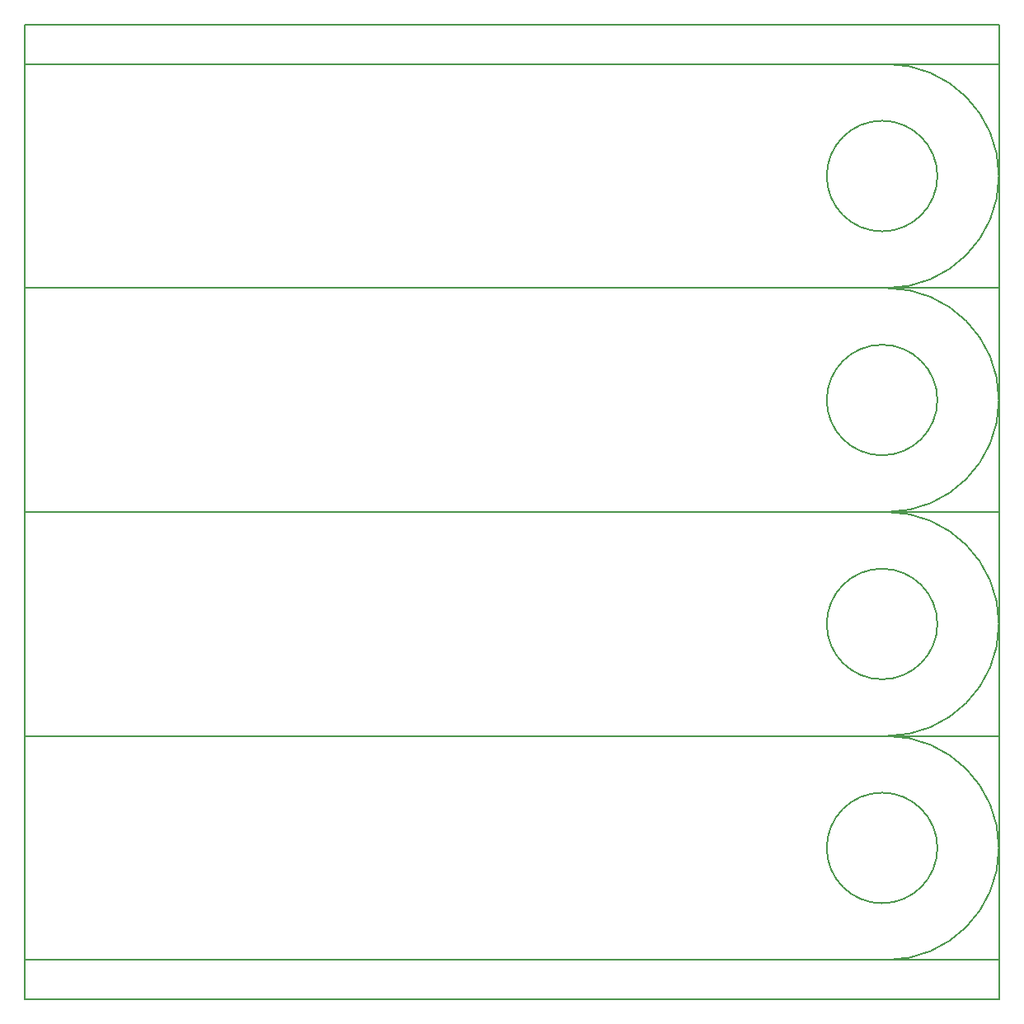
<source format=gbr>
G04 #@! TF.GenerationSoftware,KiCad,Pcbnew,(5.1.0)-1*
G04 #@! TF.CreationDate,2019-04-08T15:48:49-06:00*
G04 #@! TF.ProjectId,H-probe_poly_panelized,482d7072-6f62-4655-9f70-6f6c795f7061,rev?*
G04 #@! TF.SameCoordinates,Original*
G04 #@! TF.FileFunction,Profile,NP*
%FSLAX46Y46*%
G04 Gerber Fmt 4.6, Leading zero omitted, Abs format (unit mm)*
G04 Created by KiCad (PCBNEW (5.1.0)-1) date 2019-04-08 15:48:49*
%MOMM*%
%LPD*%
G04 APERTURE LIST*
%ADD10C,0.150000*%
G04 APERTURE END LIST*
D10*
X193679613Y-134500000D02*
G75*
G03X193679613Y-134500000I-5679613J0D01*
G01*
X193679613Y-111500000D02*
G75*
G03X193679613Y-111500000I-5679613J0D01*
G01*
X193679613Y-88500000D02*
G75*
G03X193679613Y-88500000I-5679613J0D01*
G01*
X188500000Y-123000000D02*
G75*
G02X188500000Y-146000000I0J-11500000D01*
G01*
X188500000Y-100000000D02*
G75*
G02X188500000Y-123000000I0J-11500000D01*
G01*
X188500000Y-77000000D02*
G75*
G02X188500000Y-100000000I0J-11500000D01*
G01*
X188500000Y-54000000D02*
G75*
G02X188500000Y-77000000I0J-11500000D01*
G01*
X193679613Y-65500000D02*
G75*
G03X193679613Y-65500000I-5679613J0D01*
G01*
X200000000Y-54000000D02*
X100000000Y-54000000D01*
X200000000Y-146000000D02*
X100000000Y-146000000D01*
X200000000Y-123000000D02*
X100000000Y-123000000D01*
X200000000Y-77000000D02*
X100000000Y-77000000D01*
X200000000Y-50000000D02*
X200000000Y-150000000D01*
X100000000Y-150000000D02*
X200000000Y-150000000D01*
X200000000Y-100000000D02*
X100000000Y-100000000D01*
X100000000Y-50000000D02*
X200000000Y-50000000D01*
X100000000Y-150000000D02*
X100000000Y-50000000D01*
M02*

</source>
